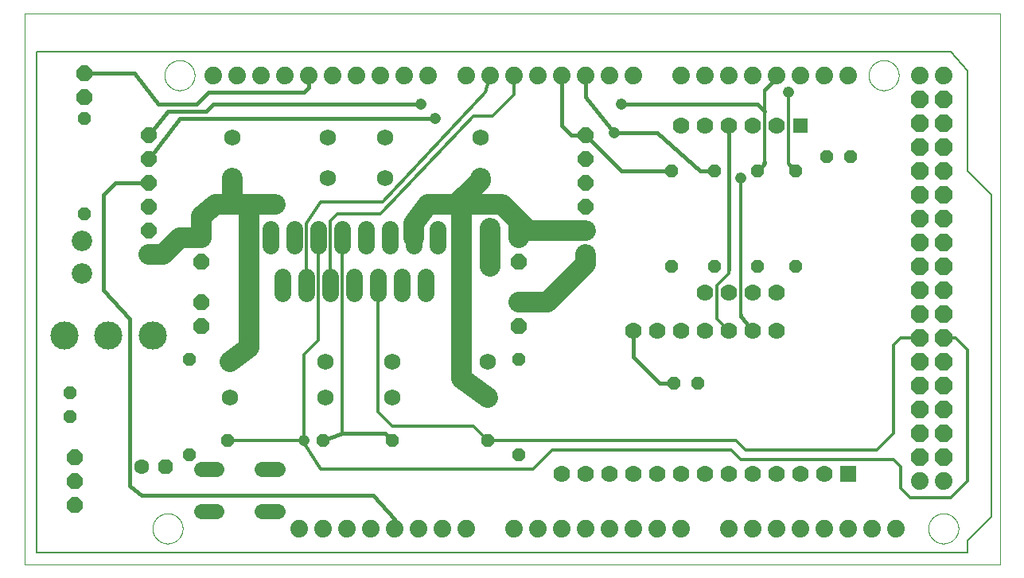
<source format=gtl>
G75*
%MOIN*%
%OFA0B0*%
%FSLAX25Y25*%
%IPPOS*%
%LPD*%
%AMOC8*
5,1,8,0,0,1.08239X$1,22.5*
%
%ADD10C,0.00000*%
%ADD11C,0.08600*%
%ADD12C,0.06300*%
%ADD13OC8,0.06300*%
%ADD14OC8,0.05600*%
%ADD15C,0.06800*%
%ADD16C,0.07124*%
%ADD17OC8,0.06600*%
%ADD18R,0.06400X0.06400*%
%ADD19C,0.07000*%
%ADD20C,0.00800*%
%ADD21C,0.07400*%
%ADD22OC8,0.07400*%
%ADD23C,0.06400*%
%ADD24R,0.07000X0.07000*%
%ADD25OC8,0.06400*%
%ADD26C,0.11811*%
%ADD27C,0.01500*%
%ADD28C,0.01200*%
%ADD29C,0.04756*%
%ADD30C,0.08500*%
%ADD31C,0.08268*%
D10*
X0001000Y0001310D02*
X0001000Y0232271D01*
X0409701Y0232271D01*
X0409701Y0001310D01*
X0001000Y0001310D01*
X0054701Y0016310D02*
X0054703Y0016468D01*
X0054709Y0016626D01*
X0054719Y0016784D01*
X0054733Y0016942D01*
X0054751Y0017099D01*
X0054772Y0017256D01*
X0054798Y0017412D01*
X0054828Y0017568D01*
X0054861Y0017723D01*
X0054899Y0017876D01*
X0054940Y0018029D01*
X0054985Y0018181D01*
X0055034Y0018332D01*
X0055087Y0018481D01*
X0055143Y0018629D01*
X0055203Y0018775D01*
X0055267Y0018920D01*
X0055335Y0019063D01*
X0055406Y0019205D01*
X0055480Y0019345D01*
X0055558Y0019482D01*
X0055640Y0019618D01*
X0055724Y0019752D01*
X0055813Y0019883D01*
X0055904Y0020012D01*
X0055999Y0020139D01*
X0056096Y0020264D01*
X0056197Y0020386D01*
X0056301Y0020505D01*
X0056408Y0020622D01*
X0056518Y0020736D01*
X0056631Y0020847D01*
X0056746Y0020956D01*
X0056864Y0021061D01*
X0056985Y0021163D01*
X0057108Y0021263D01*
X0057234Y0021359D01*
X0057362Y0021452D01*
X0057492Y0021542D01*
X0057625Y0021628D01*
X0057760Y0021712D01*
X0057896Y0021791D01*
X0058035Y0021868D01*
X0058176Y0021940D01*
X0058318Y0022010D01*
X0058462Y0022075D01*
X0058608Y0022137D01*
X0058755Y0022195D01*
X0058904Y0022250D01*
X0059054Y0022301D01*
X0059205Y0022348D01*
X0059357Y0022391D01*
X0059510Y0022430D01*
X0059665Y0022466D01*
X0059820Y0022497D01*
X0059976Y0022525D01*
X0060132Y0022549D01*
X0060289Y0022569D01*
X0060447Y0022585D01*
X0060604Y0022597D01*
X0060763Y0022605D01*
X0060921Y0022609D01*
X0061079Y0022609D01*
X0061237Y0022605D01*
X0061396Y0022597D01*
X0061553Y0022585D01*
X0061711Y0022569D01*
X0061868Y0022549D01*
X0062024Y0022525D01*
X0062180Y0022497D01*
X0062335Y0022466D01*
X0062490Y0022430D01*
X0062643Y0022391D01*
X0062795Y0022348D01*
X0062946Y0022301D01*
X0063096Y0022250D01*
X0063245Y0022195D01*
X0063392Y0022137D01*
X0063538Y0022075D01*
X0063682Y0022010D01*
X0063824Y0021940D01*
X0063965Y0021868D01*
X0064104Y0021791D01*
X0064240Y0021712D01*
X0064375Y0021628D01*
X0064508Y0021542D01*
X0064638Y0021452D01*
X0064766Y0021359D01*
X0064892Y0021263D01*
X0065015Y0021163D01*
X0065136Y0021061D01*
X0065254Y0020956D01*
X0065369Y0020847D01*
X0065482Y0020736D01*
X0065592Y0020622D01*
X0065699Y0020505D01*
X0065803Y0020386D01*
X0065904Y0020264D01*
X0066001Y0020139D01*
X0066096Y0020012D01*
X0066187Y0019883D01*
X0066276Y0019752D01*
X0066360Y0019618D01*
X0066442Y0019482D01*
X0066520Y0019345D01*
X0066594Y0019205D01*
X0066665Y0019063D01*
X0066733Y0018920D01*
X0066797Y0018775D01*
X0066857Y0018629D01*
X0066913Y0018481D01*
X0066966Y0018332D01*
X0067015Y0018181D01*
X0067060Y0018029D01*
X0067101Y0017876D01*
X0067139Y0017723D01*
X0067172Y0017568D01*
X0067202Y0017412D01*
X0067228Y0017256D01*
X0067249Y0017099D01*
X0067267Y0016942D01*
X0067281Y0016784D01*
X0067291Y0016626D01*
X0067297Y0016468D01*
X0067299Y0016310D01*
X0067297Y0016152D01*
X0067291Y0015994D01*
X0067281Y0015836D01*
X0067267Y0015678D01*
X0067249Y0015521D01*
X0067228Y0015364D01*
X0067202Y0015208D01*
X0067172Y0015052D01*
X0067139Y0014897D01*
X0067101Y0014744D01*
X0067060Y0014591D01*
X0067015Y0014439D01*
X0066966Y0014288D01*
X0066913Y0014139D01*
X0066857Y0013991D01*
X0066797Y0013845D01*
X0066733Y0013700D01*
X0066665Y0013557D01*
X0066594Y0013415D01*
X0066520Y0013275D01*
X0066442Y0013138D01*
X0066360Y0013002D01*
X0066276Y0012868D01*
X0066187Y0012737D01*
X0066096Y0012608D01*
X0066001Y0012481D01*
X0065904Y0012356D01*
X0065803Y0012234D01*
X0065699Y0012115D01*
X0065592Y0011998D01*
X0065482Y0011884D01*
X0065369Y0011773D01*
X0065254Y0011664D01*
X0065136Y0011559D01*
X0065015Y0011457D01*
X0064892Y0011357D01*
X0064766Y0011261D01*
X0064638Y0011168D01*
X0064508Y0011078D01*
X0064375Y0010992D01*
X0064240Y0010908D01*
X0064104Y0010829D01*
X0063965Y0010752D01*
X0063824Y0010680D01*
X0063682Y0010610D01*
X0063538Y0010545D01*
X0063392Y0010483D01*
X0063245Y0010425D01*
X0063096Y0010370D01*
X0062946Y0010319D01*
X0062795Y0010272D01*
X0062643Y0010229D01*
X0062490Y0010190D01*
X0062335Y0010154D01*
X0062180Y0010123D01*
X0062024Y0010095D01*
X0061868Y0010071D01*
X0061711Y0010051D01*
X0061553Y0010035D01*
X0061396Y0010023D01*
X0061237Y0010015D01*
X0061079Y0010011D01*
X0060921Y0010011D01*
X0060763Y0010015D01*
X0060604Y0010023D01*
X0060447Y0010035D01*
X0060289Y0010051D01*
X0060132Y0010071D01*
X0059976Y0010095D01*
X0059820Y0010123D01*
X0059665Y0010154D01*
X0059510Y0010190D01*
X0059357Y0010229D01*
X0059205Y0010272D01*
X0059054Y0010319D01*
X0058904Y0010370D01*
X0058755Y0010425D01*
X0058608Y0010483D01*
X0058462Y0010545D01*
X0058318Y0010610D01*
X0058176Y0010680D01*
X0058035Y0010752D01*
X0057896Y0010829D01*
X0057760Y0010908D01*
X0057625Y0010992D01*
X0057492Y0011078D01*
X0057362Y0011168D01*
X0057234Y0011261D01*
X0057108Y0011357D01*
X0056985Y0011457D01*
X0056864Y0011559D01*
X0056746Y0011664D01*
X0056631Y0011773D01*
X0056518Y0011884D01*
X0056408Y0011998D01*
X0056301Y0012115D01*
X0056197Y0012234D01*
X0056096Y0012356D01*
X0055999Y0012481D01*
X0055904Y0012608D01*
X0055813Y0012737D01*
X0055724Y0012868D01*
X0055640Y0013002D01*
X0055558Y0013138D01*
X0055480Y0013275D01*
X0055406Y0013415D01*
X0055335Y0013557D01*
X0055267Y0013700D01*
X0055203Y0013845D01*
X0055143Y0013991D01*
X0055087Y0014139D01*
X0055034Y0014288D01*
X0054985Y0014439D01*
X0054940Y0014591D01*
X0054899Y0014744D01*
X0054861Y0014897D01*
X0054828Y0015052D01*
X0054798Y0015208D01*
X0054772Y0015364D01*
X0054751Y0015521D01*
X0054733Y0015678D01*
X0054719Y0015836D01*
X0054709Y0015994D01*
X0054703Y0016152D01*
X0054701Y0016310D01*
X0379701Y0016310D02*
X0379703Y0016468D01*
X0379709Y0016626D01*
X0379719Y0016784D01*
X0379733Y0016942D01*
X0379751Y0017099D01*
X0379772Y0017256D01*
X0379798Y0017412D01*
X0379828Y0017568D01*
X0379861Y0017723D01*
X0379899Y0017876D01*
X0379940Y0018029D01*
X0379985Y0018181D01*
X0380034Y0018332D01*
X0380087Y0018481D01*
X0380143Y0018629D01*
X0380203Y0018775D01*
X0380267Y0018920D01*
X0380335Y0019063D01*
X0380406Y0019205D01*
X0380480Y0019345D01*
X0380558Y0019482D01*
X0380640Y0019618D01*
X0380724Y0019752D01*
X0380813Y0019883D01*
X0380904Y0020012D01*
X0380999Y0020139D01*
X0381096Y0020264D01*
X0381197Y0020386D01*
X0381301Y0020505D01*
X0381408Y0020622D01*
X0381518Y0020736D01*
X0381631Y0020847D01*
X0381746Y0020956D01*
X0381864Y0021061D01*
X0381985Y0021163D01*
X0382108Y0021263D01*
X0382234Y0021359D01*
X0382362Y0021452D01*
X0382492Y0021542D01*
X0382625Y0021628D01*
X0382760Y0021712D01*
X0382896Y0021791D01*
X0383035Y0021868D01*
X0383176Y0021940D01*
X0383318Y0022010D01*
X0383462Y0022075D01*
X0383608Y0022137D01*
X0383755Y0022195D01*
X0383904Y0022250D01*
X0384054Y0022301D01*
X0384205Y0022348D01*
X0384357Y0022391D01*
X0384510Y0022430D01*
X0384665Y0022466D01*
X0384820Y0022497D01*
X0384976Y0022525D01*
X0385132Y0022549D01*
X0385289Y0022569D01*
X0385447Y0022585D01*
X0385604Y0022597D01*
X0385763Y0022605D01*
X0385921Y0022609D01*
X0386079Y0022609D01*
X0386237Y0022605D01*
X0386396Y0022597D01*
X0386553Y0022585D01*
X0386711Y0022569D01*
X0386868Y0022549D01*
X0387024Y0022525D01*
X0387180Y0022497D01*
X0387335Y0022466D01*
X0387490Y0022430D01*
X0387643Y0022391D01*
X0387795Y0022348D01*
X0387946Y0022301D01*
X0388096Y0022250D01*
X0388245Y0022195D01*
X0388392Y0022137D01*
X0388538Y0022075D01*
X0388682Y0022010D01*
X0388824Y0021940D01*
X0388965Y0021868D01*
X0389104Y0021791D01*
X0389240Y0021712D01*
X0389375Y0021628D01*
X0389508Y0021542D01*
X0389638Y0021452D01*
X0389766Y0021359D01*
X0389892Y0021263D01*
X0390015Y0021163D01*
X0390136Y0021061D01*
X0390254Y0020956D01*
X0390369Y0020847D01*
X0390482Y0020736D01*
X0390592Y0020622D01*
X0390699Y0020505D01*
X0390803Y0020386D01*
X0390904Y0020264D01*
X0391001Y0020139D01*
X0391096Y0020012D01*
X0391187Y0019883D01*
X0391276Y0019752D01*
X0391360Y0019618D01*
X0391442Y0019482D01*
X0391520Y0019345D01*
X0391594Y0019205D01*
X0391665Y0019063D01*
X0391733Y0018920D01*
X0391797Y0018775D01*
X0391857Y0018629D01*
X0391913Y0018481D01*
X0391966Y0018332D01*
X0392015Y0018181D01*
X0392060Y0018029D01*
X0392101Y0017876D01*
X0392139Y0017723D01*
X0392172Y0017568D01*
X0392202Y0017412D01*
X0392228Y0017256D01*
X0392249Y0017099D01*
X0392267Y0016942D01*
X0392281Y0016784D01*
X0392291Y0016626D01*
X0392297Y0016468D01*
X0392299Y0016310D01*
X0392297Y0016152D01*
X0392291Y0015994D01*
X0392281Y0015836D01*
X0392267Y0015678D01*
X0392249Y0015521D01*
X0392228Y0015364D01*
X0392202Y0015208D01*
X0392172Y0015052D01*
X0392139Y0014897D01*
X0392101Y0014744D01*
X0392060Y0014591D01*
X0392015Y0014439D01*
X0391966Y0014288D01*
X0391913Y0014139D01*
X0391857Y0013991D01*
X0391797Y0013845D01*
X0391733Y0013700D01*
X0391665Y0013557D01*
X0391594Y0013415D01*
X0391520Y0013275D01*
X0391442Y0013138D01*
X0391360Y0013002D01*
X0391276Y0012868D01*
X0391187Y0012737D01*
X0391096Y0012608D01*
X0391001Y0012481D01*
X0390904Y0012356D01*
X0390803Y0012234D01*
X0390699Y0012115D01*
X0390592Y0011998D01*
X0390482Y0011884D01*
X0390369Y0011773D01*
X0390254Y0011664D01*
X0390136Y0011559D01*
X0390015Y0011457D01*
X0389892Y0011357D01*
X0389766Y0011261D01*
X0389638Y0011168D01*
X0389508Y0011078D01*
X0389375Y0010992D01*
X0389240Y0010908D01*
X0389104Y0010829D01*
X0388965Y0010752D01*
X0388824Y0010680D01*
X0388682Y0010610D01*
X0388538Y0010545D01*
X0388392Y0010483D01*
X0388245Y0010425D01*
X0388096Y0010370D01*
X0387946Y0010319D01*
X0387795Y0010272D01*
X0387643Y0010229D01*
X0387490Y0010190D01*
X0387335Y0010154D01*
X0387180Y0010123D01*
X0387024Y0010095D01*
X0386868Y0010071D01*
X0386711Y0010051D01*
X0386553Y0010035D01*
X0386396Y0010023D01*
X0386237Y0010015D01*
X0386079Y0010011D01*
X0385921Y0010011D01*
X0385763Y0010015D01*
X0385604Y0010023D01*
X0385447Y0010035D01*
X0385289Y0010051D01*
X0385132Y0010071D01*
X0384976Y0010095D01*
X0384820Y0010123D01*
X0384665Y0010154D01*
X0384510Y0010190D01*
X0384357Y0010229D01*
X0384205Y0010272D01*
X0384054Y0010319D01*
X0383904Y0010370D01*
X0383755Y0010425D01*
X0383608Y0010483D01*
X0383462Y0010545D01*
X0383318Y0010610D01*
X0383176Y0010680D01*
X0383035Y0010752D01*
X0382896Y0010829D01*
X0382760Y0010908D01*
X0382625Y0010992D01*
X0382492Y0011078D01*
X0382362Y0011168D01*
X0382234Y0011261D01*
X0382108Y0011357D01*
X0381985Y0011457D01*
X0381864Y0011559D01*
X0381746Y0011664D01*
X0381631Y0011773D01*
X0381518Y0011884D01*
X0381408Y0011998D01*
X0381301Y0012115D01*
X0381197Y0012234D01*
X0381096Y0012356D01*
X0380999Y0012481D01*
X0380904Y0012608D01*
X0380813Y0012737D01*
X0380724Y0012868D01*
X0380640Y0013002D01*
X0380558Y0013138D01*
X0380480Y0013275D01*
X0380406Y0013415D01*
X0380335Y0013557D01*
X0380267Y0013700D01*
X0380203Y0013845D01*
X0380143Y0013991D01*
X0380087Y0014139D01*
X0380034Y0014288D01*
X0379985Y0014439D01*
X0379940Y0014591D01*
X0379899Y0014744D01*
X0379861Y0014897D01*
X0379828Y0015052D01*
X0379798Y0015208D01*
X0379772Y0015364D01*
X0379751Y0015521D01*
X0379733Y0015678D01*
X0379719Y0015836D01*
X0379709Y0015994D01*
X0379703Y0016152D01*
X0379701Y0016310D01*
X0354701Y0206310D02*
X0354703Y0206468D01*
X0354709Y0206626D01*
X0354719Y0206784D01*
X0354733Y0206942D01*
X0354751Y0207099D01*
X0354772Y0207256D01*
X0354798Y0207412D01*
X0354828Y0207568D01*
X0354861Y0207723D01*
X0354899Y0207876D01*
X0354940Y0208029D01*
X0354985Y0208181D01*
X0355034Y0208332D01*
X0355087Y0208481D01*
X0355143Y0208629D01*
X0355203Y0208775D01*
X0355267Y0208920D01*
X0355335Y0209063D01*
X0355406Y0209205D01*
X0355480Y0209345D01*
X0355558Y0209482D01*
X0355640Y0209618D01*
X0355724Y0209752D01*
X0355813Y0209883D01*
X0355904Y0210012D01*
X0355999Y0210139D01*
X0356096Y0210264D01*
X0356197Y0210386D01*
X0356301Y0210505D01*
X0356408Y0210622D01*
X0356518Y0210736D01*
X0356631Y0210847D01*
X0356746Y0210956D01*
X0356864Y0211061D01*
X0356985Y0211163D01*
X0357108Y0211263D01*
X0357234Y0211359D01*
X0357362Y0211452D01*
X0357492Y0211542D01*
X0357625Y0211628D01*
X0357760Y0211712D01*
X0357896Y0211791D01*
X0358035Y0211868D01*
X0358176Y0211940D01*
X0358318Y0212010D01*
X0358462Y0212075D01*
X0358608Y0212137D01*
X0358755Y0212195D01*
X0358904Y0212250D01*
X0359054Y0212301D01*
X0359205Y0212348D01*
X0359357Y0212391D01*
X0359510Y0212430D01*
X0359665Y0212466D01*
X0359820Y0212497D01*
X0359976Y0212525D01*
X0360132Y0212549D01*
X0360289Y0212569D01*
X0360447Y0212585D01*
X0360604Y0212597D01*
X0360763Y0212605D01*
X0360921Y0212609D01*
X0361079Y0212609D01*
X0361237Y0212605D01*
X0361396Y0212597D01*
X0361553Y0212585D01*
X0361711Y0212569D01*
X0361868Y0212549D01*
X0362024Y0212525D01*
X0362180Y0212497D01*
X0362335Y0212466D01*
X0362490Y0212430D01*
X0362643Y0212391D01*
X0362795Y0212348D01*
X0362946Y0212301D01*
X0363096Y0212250D01*
X0363245Y0212195D01*
X0363392Y0212137D01*
X0363538Y0212075D01*
X0363682Y0212010D01*
X0363824Y0211940D01*
X0363965Y0211868D01*
X0364104Y0211791D01*
X0364240Y0211712D01*
X0364375Y0211628D01*
X0364508Y0211542D01*
X0364638Y0211452D01*
X0364766Y0211359D01*
X0364892Y0211263D01*
X0365015Y0211163D01*
X0365136Y0211061D01*
X0365254Y0210956D01*
X0365369Y0210847D01*
X0365482Y0210736D01*
X0365592Y0210622D01*
X0365699Y0210505D01*
X0365803Y0210386D01*
X0365904Y0210264D01*
X0366001Y0210139D01*
X0366096Y0210012D01*
X0366187Y0209883D01*
X0366276Y0209752D01*
X0366360Y0209618D01*
X0366442Y0209482D01*
X0366520Y0209345D01*
X0366594Y0209205D01*
X0366665Y0209063D01*
X0366733Y0208920D01*
X0366797Y0208775D01*
X0366857Y0208629D01*
X0366913Y0208481D01*
X0366966Y0208332D01*
X0367015Y0208181D01*
X0367060Y0208029D01*
X0367101Y0207876D01*
X0367139Y0207723D01*
X0367172Y0207568D01*
X0367202Y0207412D01*
X0367228Y0207256D01*
X0367249Y0207099D01*
X0367267Y0206942D01*
X0367281Y0206784D01*
X0367291Y0206626D01*
X0367297Y0206468D01*
X0367299Y0206310D01*
X0367297Y0206152D01*
X0367291Y0205994D01*
X0367281Y0205836D01*
X0367267Y0205678D01*
X0367249Y0205521D01*
X0367228Y0205364D01*
X0367202Y0205208D01*
X0367172Y0205052D01*
X0367139Y0204897D01*
X0367101Y0204744D01*
X0367060Y0204591D01*
X0367015Y0204439D01*
X0366966Y0204288D01*
X0366913Y0204139D01*
X0366857Y0203991D01*
X0366797Y0203845D01*
X0366733Y0203700D01*
X0366665Y0203557D01*
X0366594Y0203415D01*
X0366520Y0203275D01*
X0366442Y0203138D01*
X0366360Y0203002D01*
X0366276Y0202868D01*
X0366187Y0202737D01*
X0366096Y0202608D01*
X0366001Y0202481D01*
X0365904Y0202356D01*
X0365803Y0202234D01*
X0365699Y0202115D01*
X0365592Y0201998D01*
X0365482Y0201884D01*
X0365369Y0201773D01*
X0365254Y0201664D01*
X0365136Y0201559D01*
X0365015Y0201457D01*
X0364892Y0201357D01*
X0364766Y0201261D01*
X0364638Y0201168D01*
X0364508Y0201078D01*
X0364375Y0200992D01*
X0364240Y0200908D01*
X0364104Y0200829D01*
X0363965Y0200752D01*
X0363824Y0200680D01*
X0363682Y0200610D01*
X0363538Y0200545D01*
X0363392Y0200483D01*
X0363245Y0200425D01*
X0363096Y0200370D01*
X0362946Y0200319D01*
X0362795Y0200272D01*
X0362643Y0200229D01*
X0362490Y0200190D01*
X0362335Y0200154D01*
X0362180Y0200123D01*
X0362024Y0200095D01*
X0361868Y0200071D01*
X0361711Y0200051D01*
X0361553Y0200035D01*
X0361396Y0200023D01*
X0361237Y0200015D01*
X0361079Y0200011D01*
X0360921Y0200011D01*
X0360763Y0200015D01*
X0360604Y0200023D01*
X0360447Y0200035D01*
X0360289Y0200051D01*
X0360132Y0200071D01*
X0359976Y0200095D01*
X0359820Y0200123D01*
X0359665Y0200154D01*
X0359510Y0200190D01*
X0359357Y0200229D01*
X0359205Y0200272D01*
X0359054Y0200319D01*
X0358904Y0200370D01*
X0358755Y0200425D01*
X0358608Y0200483D01*
X0358462Y0200545D01*
X0358318Y0200610D01*
X0358176Y0200680D01*
X0358035Y0200752D01*
X0357896Y0200829D01*
X0357760Y0200908D01*
X0357625Y0200992D01*
X0357492Y0201078D01*
X0357362Y0201168D01*
X0357234Y0201261D01*
X0357108Y0201357D01*
X0356985Y0201457D01*
X0356864Y0201559D01*
X0356746Y0201664D01*
X0356631Y0201773D01*
X0356518Y0201884D01*
X0356408Y0201998D01*
X0356301Y0202115D01*
X0356197Y0202234D01*
X0356096Y0202356D01*
X0355999Y0202481D01*
X0355904Y0202608D01*
X0355813Y0202737D01*
X0355724Y0202868D01*
X0355640Y0203002D01*
X0355558Y0203138D01*
X0355480Y0203275D01*
X0355406Y0203415D01*
X0355335Y0203557D01*
X0355267Y0203700D01*
X0355203Y0203845D01*
X0355143Y0203991D01*
X0355087Y0204139D01*
X0355034Y0204288D01*
X0354985Y0204439D01*
X0354940Y0204591D01*
X0354899Y0204744D01*
X0354861Y0204897D01*
X0354828Y0205052D01*
X0354798Y0205208D01*
X0354772Y0205364D01*
X0354751Y0205521D01*
X0354733Y0205678D01*
X0354719Y0205836D01*
X0354709Y0205994D01*
X0354703Y0206152D01*
X0354701Y0206310D01*
X0059701Y0206310D02*
X0059703Y0206468D01*
X0059709Y0206626D01*
X0059719Y0206784D01*
X0059733Y0206942D01*
X0059751Y0207099D01*
X0059772Y0207256D01*
X0059798Y0207412D01*
X0059828Y0207568D01*
X0059861Y0207723D01*
X0059899Y0207876D01*
X0059940Y0208029D01*
X0059985Y0208181D01*
X0060034Y0208332D01*
X0060087Y0208481D01*
X0060143Y0208629D01*
X0060203Y0208775D01*
X0060267Y0208920D01*
X0060335Y0209063D01*
X0060406Y0209205D01*
X0060480Y0209345D01*
X0060558Y0209482D01*
X0060640Y0209618D01*
X0060724Y0209752D01*
X0060813Y0209883D01*
X0060904Y0210012D01*
X0060999Y0210139D01*
X0061096Y0210264D01*
X0061197Y0210386D01*
X0061301Y0210505D01*
X0061408Y0210622D01*
X0061518Y0210736D01*
X0061631Y0210847D01*
X0061746Y0210956D01*
X0061864Y0211061D01*
X0061985Y0211163D01*
X0062108Y0211263D01*
X0062234Y0211359D01*
X0062362Y0211452D01*
X0062492Y0211542D01*
X0062625Y0211628D01*
X0062760Y0211712D01*
X0062896Y0211791D01*
X0063035Y0211868D01*
X0063176Y0211940D01*
X0063318Y0212010D01*
X0063462Y0212075D01*
X0063608Y0212137D01*
X0063755Y0212195D01*
X0063904Y0212250D01*
X0064054Y0212301D01*
X0064205Y0212348D01*
X0064357Y0212391D01*
X0064510Y0212430D01*
X0064665Y0212466D01*
X0064820Y0212497D01*
X0064976Y0212525D01*
X0065132Y0212549D01*
X0065289Y0212569D01*
X0065447Y0212585D01*
X0065604Y0212597D01*
X0065763Y0212605D01*
X0065921Y0212609D01*
X0066079Y0212609D01*
X0066237Y0212605D01*
X0066396Y0212597D01*
X0066553Y0212585D01*
X0066711Y0212569D01*
X0066868Y0212549D01*
X0067024Y0212525D01*
X0067180Y0212497D01*
X0067335Y0212466D01*
X0067490Y0212430D01*
X0067643Y0212391D01*
X0067795Y0212348D01*
X0067946Y0212301D01*
X0068096Y0212250D01*
X0068245Y0212195D01*
X0068392Y0212137D01*
X0068538Y0212075D01*
X0068682Y0212010D01*
X0068824Y0211940D01*
X0068965Y0211868D01*
X0069104Y0211791D01*
X0069240Y0211712D01*
X0069375Y0211628D01*
X0069508Y0211542D01*
X0069638Y0211452D01*
X0069766Y0211359D01*
X0069892Y0211263D01*
X0070015Y0211163D01*
X0070136Y0211061D01*
X0070254Y0210956D01*
X0070369Y0210847D01*
X0070482Y0210736D01*
X0070592Y0210622D01*
X0070699Y0210505D01*
X0070803Y0210386D01*
X0070904Y0210264D01*
X0071001Y0210139D01*
X0071096Y0210012D01*
X0071187Y0209883D01*
X0071276Y0209752D01*
X0071360Y0209618D01*
X0071442Y0209482D01*
X0071520Y0209345D01*
X0071594Y0209205D01*
X0071665Y0209063D01*
X0071733Y0208920D01*
X0071797Y0208775D01*
X0071857Y0208629D01*
X0071913Y0208481D01*
X0071966Y0208332D01*
X0072015Y0208181D01*
X0072060Y0208029D01*
X0072101Y0207876D01*
X0072139Y0207723D01*
X0072172Y0207568D01*
X0072202Y0207412D01*
X0072228Y0207256D01*
X0072249Y0207099D01*
X0072267Y0206942D01*
X0072281Y0206784D01*
X0072291Y0206626D01*
X0072297Y0206468D01*
X0072299Y0206310D01*
X0072297Y0206152D01*
X0072291Y0205994D01*
X0072281Y0205836D01*
X0072267Y0205678D01*
X0072249Y0205521D01*
X0072228Y0205364D01*
X0072202Y0205208D01*
X0072172Y0205052D01*
X0072139Y0204897D01*
X0072101Y0204744D01*
X0072060Y0204591D01*
X0072015Y0204439D01*
X0071966Y0204288D01*
X0071913Y0204139D01*
X0071857Y0203991D01*
X0071797Y0203845D01*
X0071733Y0203700D01*
X0071665Y0203557D01*
X0071594Y0203415D01*
X0071520Y0203275D01*
X0071442Y0203138D01*
X0071360Y0203002D01*
X0071276Y0202868D01*
X0071187Y0202737D01*
X0071096Y0202608D01*
X0071001Y0202481D01*
X0070904Y0202356D01*
X0070803Y0202234D01*
X0070699Y0202115D01*
X0070592Y0201998D01*
X0070482Y0201884D01*
X0070369Y0201773D01*
X0070254Y0201664D01*
X0070136Y0201559D01*
X0070015Y0201457D01*
X0069892Y0201357D01*
X0069766Y0201261D01*
X0069638Y0201168D01*
X0069508Y0201078D01*
X0069375Y0200992D01*
X0069240Y0200908D01*
X0069104Y0200829D01*
X0068965Y0200752D01*
X0068824Y0200680D01*
X0068682Y0200610D01*
X0068538Y0200545D01*
X0068392Y0200483D01*
X0068245Y0200425D01*
X0068096Y0200370D01*
X0067946Y0200319D01*
X0067795Y0200272D01*
X0067643Y0200229D01*
X0067490Y0200190D01*
X0067335Y0200154D01*
X0067180Y0200123D01*
X0067024Y0200095D01*
X0066868Y0200071D01*
X0066711Y0200051D01*
X0066553Y0200035D01*
X0066396Y0200023D01*
X0066237Y0200015D01*
X0066079Y0200011D01*
X0065921Y0200011D01*
X0065763Y0200015D01*
X0065604Y0200023D01*
X0065447Y0200035D01*
X0065289Y0200051D01*
X0065132Y0200071D01*
X0064976Y0200095D01*
X0064820Y0200123D01*
X0064665Y0200154D01*
X0064510Y0200190D01*
X0064357Y0200229D01*
X0064205Y0200272D01*
X0064054Y0200319D01*
X0063904Y0200370D01*
X0063755Y0200425D01*
X0063608Y0200483D01*
X0063462Y0200545D01*
X0063318Y0200610D01*
X0063176Y0200680D01*
X0063035Y0200752D01*
X0062896Y0200829D01*
X0062760Y0200908D01*
X0062625Y0200992D01*
X0062492Y0201078D01*
X0062362Y0201168D01*
X0062234Y0201261D01*
X0062108Y0201357D01*
X0061985Y0201457D01*
X0061864Y0201559D01*
X0061746Y0201664D01*
X0061631Y0201773D01*
X0061518Y0201884D01*
X0061408Y0201998D01*
X0061301Y0202115D01*
X0061197Y0202234D01*
X0061096Y0202356D01*
X0060999Y0202481D01*
X0060904Y0202608D01*
X0060813Y0202737D01*
X0060724Y0202868D01*
X0060640Y0203002D01*
X0060558Y0203138D01*
X0060480Y0203275D01*
X0060406Y0203415D01*
X0060335Y0203557D01*
X0060267Y0203700D01*
X0060203Y0203845D01*
X0060143Y0203991D01*
X0060087Y0204139D01*
X0060034Y0204288D01*
X0059985Y0204439D01*
X0059940Y0204591D01*
X0059899Y0204744D01*
X0059861Y0204897D01*
X0059828Y0205052D01*
X0059798Y0205208D01*
X0059772Y0205364D01*
X0059751Y0205521D01*
X0059733Y0205678D01*
X0059719Y0205836D01*
X0059709Y0205994D01*
X0059703Y0206152D01*
X0059701Y0206310D01*
D11*
X0025000Y0137003D03*
X0025000Y0123223D03*
D12*
X0050000Y0042310D03*
D13*
X0060000Y0042310D03*
D14*
X0070000Y0047310D03*
X0086000Y0053310D03*
X0126000Y0053310D03*
X0155000Y0053310D03*
X0195000Y0053310D03*
X0208000Y0047310D03*
X0273000Y0077310D03*
X0283000Y0077310D03*
X0208000Y0087310D03*
X0272000Y0126310D03*
X0290000Y0126310D03*
X0308000Y0126310D03*
X0324000Y0126310D03*
X0324000Y0166310D03*
X0337000Y0172310D03*
X0347000Y0172310D03*
X0308000Y0166310D03*
X0290000Y0166310D03*
X0272000Y0166310D03*
X0070000Y0087310D03*
X0020000Y0073310D03*
X0020000Y0063310D03*
X0026000Y0148310D03*
X0026000Y0188310D03*
D15*
X0088000Y0180310D03*
X0088000Y0163310D03*
X0128000Y0163310D03*
X0152000Y0163310D03*
X0152000Y0180310D03*
X0128000Y0180310D03*
X0192000Y0180310D03*
X0192000Y0163310D03*
X0195000Y0086310D03*
X0195000Y0071310D03*
X0155000Y0071310D03*
X0155000Y0086310D03*
X0127000Y0086310D03*
X0127000Y0071310D03*
X0087000Y0071310D03*
X0087000Y0086310D03*
D16*
X0109000Y0114748D02*
X0109000Y0121872D01*
X0119000Y0121872D02*
X0119000Y0114748D01*
X0129000Y0114748D02*
X0129000Y0121872D01*
X0139000Y0121872D02*
X0139000Y0114748D01*
X0149000Y0114748D02*
X0149000Y0121872D01*
X0159000Y0121872D02*
X0159000Y0114748D01*
X0169000Y0114748D02*
X0169000Y0121872D01*
X0164000Y0134748D02*
X0164000Y0141872D01*
X0154000Y0141872D02*
X0154000Y0134748D01*
X0144000Y0134748D02*
X0144000Y0141872D01*
X0134000Y0141872D02*
X0134000Y0134748D01*
X0124000Y0134748D02*
X0124000Y0141872D01*
X0114000Y0141872D02*
X0114000Y0134748D01*
X0104000Y0134748D02*
X0104000Y0141872D01*
X0174000Y0141872D02*
X0174000Y0134748D01*
D17*
X0208000Y0138310D03*
X0208000Y0128310D03*
X0208000Y0111310D03*
X0208000Y0101310D03*
X0075000Y0101310D03*
X0075000Y0111310D03*
X0075000Y0128310D03*
X0075000Y0138310D03*
X0026000Y0197310D03*
X0026000Y0207310D03*
X0022000Y0046310D03*
X0022000Y0036310D03*
X0022000Y0026310D03*
D18*
X0326000Y0185310D03*
D19*
X0316000Y0185310D03*
X0306000Y0185310D03*
X0296000Y0185310D03*
X0286000Y0185310D03*
X0276000Y0185310D03*
X0286000Y0115310D03*
X0296000Y0115310D03*
X0306000Y0115310D03*
X0316000Y0115310D03*
X0316000Y0099310D03*
X0306000Y0099310D03*
X0296000Y0099310D03*
X0286000Y0099310D03*
X0276000Y0099310D03*
X0266000Y0099310D03*
X0256000Y0099310D03*
X0256000Y0039310D03*
X0266000Y0039310D03*
X0276000Y0039310D03*
X0286000Y0039310D03*
X0296000Y0039310D03*
X0306000Y0039310D03*
X0316000Y0039310D03*
X0326000Y0039310D03*
X0336000Y0039310D03*
X0246000Y0039310D03*
X0236000Y0039310D03*
X0226000Y0039310D03*
D20*
X0396000Y0011310D02*
X0396000Y0006310D01*
X0006000Y0006310D01*
X0006000Y0216310D01*
X0389000Y0216310D01*
X0396000Y0208310D01*
X0396000Y0166310D01*
X0406000Y0156310D01*
X0406000Y0021310D01*
X0396000Y0011310D01*
D21*
X0366000Y0016310D03*
X0356000Y0016310D03*
X0346000Y0016310D03*
X0336000Y0016310D03*
X0326000Y0016310D03*
X0316000Y0016310D03*
X0306000Y0016310D03*
X0296000Y0016310D03*
X0276000Y0016310D03*
X0266000Y0016310D03*
X0256000Y0016310D03*
X0246000Y0016310D03*
X0236000Y0016310D03*
X0226000Y0016310D03*
X0216000Y0016310D03*
X0206000Y0016310D03*
X0186000Y0016310D03*
X0176000Y0016310D03*
X0166000Y0016310D03*
X0156000Y0016310D03*
X0146000Y0016310D03*
X0136000Y0016310D03*
X0126000Y0016310D03*
X0116000Y0016310D03*
X0376000Y0036310D03*
X0386000Y0036310D03*
X0386000Y0206310D03*
X0376000Y0206310D03*
X0346000Y0206310D03*
X0336000Y0206310D03*
X0326000Y0206310D03*
X0316000Y0206310D03*
X0306000Y0206310D03*
X0296000Y0206310D03*
X0286000Y0206310D03*
X0276000Y0206310D03*
X0256000Y0206310D03*
X0246000Y0206310D03*
X0236000Y0206310D03*
X0226000Y0206310D03*
X0216000Y0206310D03*
X0206000Y0206310D03*
X0196000Y0206310D03*
X0186000Y0206310D03*
X0170000Y0206310D03*
X0160000Y0206310D03*
X0150000Y0206310D03*
X0140000Y0206310D03*
X0130000Y0206310D03*
X0120000Y0206310D03*
X0110000Y0206310D03*
X0100000Y0206310D03*
X0090000Y0206310D03*
X0080000Y0206310D03*
D22*
X0376000Y0196310D03*
X0386000Y0196310D03*
X0386000Y0186310D03*
X0376000Y0186310D03*
X0376000Y0176310D03*
X0386000Y0176310D03*
X0386000Y0166310D03*
X0376000Y0166310D03*
X0376000Y0156310D03*
X0386000Y0156310D03*
X0386000Y0146310D03*
X0376000Y0146310D03*
X0376000Y0136310D03*
X0386000Y0136310D03*
X0386000Y0126310D03*
X0376000Y0126310D03*
X0376000Y0116310D03*
X0386000Y0116310D03*
X0386000Y0106310D03*
X0376000Y0106310D03*
X0376000Y0096310D03*
X0386000Y0096310D03*
X0386000Y0086310D03*
X0376000Y0086310D03*
X0376000Y0076310D03*
X0386000Y0076310D03*
X0386000Y0066310D03*
X0376000Y0066310D03*
X0376000Y0056310D03*
X0386000Y0056310D03*
X0386000Y0046310D03*
X0376000Y0046310D03*
D23*
X0107000Y0041210D02*
X0100600Y0041210D01*
X0081400Y0041210D02*
X0075000Y0041210D01*
X0075000Y0023410D02*
X0081400Y0023410D01*
X0100600Y0023410D02*
X0107000Y0023410D01*
D24*
X0346000Y0039310D03*
D25*
X0236000Y0131310D03*
X0236000Y0141310D03*
X0236000Y0151310D03*
X0236000Y0161310D03*
X0236000Y0171310D03*
X0236000Y0181310D03*
X0053000Y0181310D03*
X0053000Y0171310D03*
X0053000Y0161310D03*
X0053000Y0151310D03*
X0053000Y0141310D03*
X0053000Y0131310D03*
D26*
X0054780Y0097302D03*
X0036276Y0097302D03*
X0017772Y0097302D03*
D27*
X0034000Y0116310D02*
X0045000Y0104310D01*
X0045000Y0034310D01*
X0050000Y0030310D01*
X0147000Y0030310D01*
X0156000Y0020310D01*
X0156000Y0016310D01*
X0155000Y0053310D02*
X0152000Y0056310D01*
X0134000Y0056310D01*
X0126000Y0053310D01*
X0034000Y0116310D02*
X0034000Y0156310D01*
X0039000Y0161310D01*
X0053000Y0161310D01*
X0053000Y0171310D02*
X0066000Y0188310D01*
X0173000Y0188310D01*
X0167000Y0194310D02*
X0080000Y0194310D01*
X0077000Y0191310D01*
X0061000Y0191310D01*
X0053000Y0181310D01*
X0057000Y0194310D02*
X0073000Y0194310D01*
X0078000Y0199310D01*
X0118000Y0199310D01*
X0120000Y0201310D01*
X0120000Y0206310D01*
X0057000Y0194310D02*
X0047000Y0207310D01*
X0026000Y0207310D01*
X0226000Y0206310D02*
X0226000Y0185310D01*
X0230000Y0181310D01*
X0236000Y0181310D01*
X0251000Y0166310D01*
X0272000Y0166310D01*
X0284000Y0166310D02*
X0290000Y0166310D01*
X0284000Y0166310D02*
X0266000Y0182310D01*
X0248000Y0182310D01*
X0236000Y0197310D01*
X0236000Y0206310D01*
X0251000Y0194310D02*
X0308000Y0194310D01*
X0311000Y0191310D01*
X0311000Y0200310D02*
X0315707Y0205017D01*
X0316000Y0205724D02*
X0316000Y0206310D01*
X0316000Y0205724D02*
X0315998Y0205664D01*
X0315993Y0205603D01*
X0315984Y0205544D01*
X0315971Y0205485D01*
X0315955Y0205426D01*
X0315935Y0205369D01*
X0315912Y0205314D01*
X0315885Y0205259D01*
X0315856Y0205207D01*
X0315823Y0205156D01*
X0315787Y0205107D01*
X0315749Y0205061D01*
X0315707Y0205017D01*
X0296000Y0185310D02*
X0296000Y0124724D01*
X0301000Y0105724D02*
X0301002Y0105664D01*
X0301007Y0105603D01*
X0301016Y0105544D01*
X0301029Y0105485D01*
X0301045Y0105426D01*
X0301065Y0105369D01*
X0301088Y0105314D01*
X0301115Y0105259D01*
X0301144Y0105207D01*
X0301177Y0105156D01*
X0301213Y0105107D01*
X0301251Y0105061D01*
X0301293Y0105017D01*
X0306000Y0099310D01*
X0273000Y0077310D02*
X0267000Y0077310D01*
X0256000Y0088310D01*
X0256000Y0099310D01*
X0308000Y0166310D02*
X0310707Y0169017D01*
X0310749Y0169061D01*
X0310787Y0169107D01*
X0310823Y0169156D01*
X0310856Y0169207D01*
X0310885Y0169259D01*
X0310912Y0169314D01*
X0310935Y0169369D01*
X0310955Y0169426D01*
X0310971Y0169485D01*
X0310984Y0169544D01*
X0310993Y0169603D01*
X0310998Y0169664D01*
X0311000Y0169724D01*
X0321293Y0169017D02*
X0324000Y0166310D01*
D28*
X0321293Y0169017D02*
X0321251Y0169061D01*
X0321213Y0169107D01*
X0321177Y0169156D01*
X0321144Y0169207D01*
X0321115Y0169259D01*
X0321088Y0169314D01*
X0321065Y0169369D01*
X0321045Y0169426D01*
X0321029Y0169485D01*
X0321016Y0169544D01*
X0321007Y0169603D01*
X0321002Y0169664D01*
X0321000Y0169724D01*
X0321000Y0199310D01*
X0311000Y0200310D02*
X0311000Y0191310D01*
X0311000Y0169724D01*
X0301000Y0163310D02*
X0301000Y0105724D01*
X0296000Y0099310D02*
X0291000Y0104310D01*
X0291000Y0118310D01*
X0296000Y0123310D01*
X0296000Y0124724D01*
X0365000Y0093310D02*
X0368000Y0096310D01*
X0376000Y0096310D01*
X0386000Y0096310D02*
X0391000Y0096310D01*
X0396000Y0091310D01*
X0396000Y0036310D01*
X0389000Y0029310D01*
X0372000Y0029310D01*
X0368000Y0033310D01*
X0368000Y0042310D01*
X0365000Y0045310D01*
X0301000Y0045310D01*
X0297000Y0049310D01*
X0222000Y0049310D01*
X0214000Y0041310D01*
X0125000Y0041310D01*
X0118000Y0052310D01*
X0118000Y0053310D01*
X0086000Y0053310D01*
X0118000Y0053310D02*
X0118000Y0089310D01*
X0124000Y0095310D01*
X0124000Y0138310D01*
X0119000Y0144310D02*
X0119000Y0118310D01*
X0129000Y0118310D02*
X0129000Y0145310D01*
X0132000Y0148310D01*
X0150000Y0148310D01*
X0151000Y0149310D01*
X0189000Y0189310D01*
X0197000Y0189310D01*
X0206000Y0198310D01*
X0206000Y0206310D01*
X0196000Y0206310D02*
X0194000Y0199310D01*
X0151000Y0153310D01*
X0125000Y0153310D01*
X0119000Y0144310D01*
X0134000Y0138310D02*
X0134000Y0056310D01*
X0149000Y0065310D02*
X0155000Y0059310D01*
X0189000Y0059310D01*
X0195000Y0053310D01*
X0299000Y0053310D01*
X0303000Y0049310D01*
X0358000Y0049310D01*
X0365000Y0056310D01*
X0365000Y0093310D01*
X0149000Y0118310D02*
X0149000Y0065310D01*
D29*
X0118000Y0053310D03*
X0301000Y0163310D03*
X0248000Y0182310D03*
X0251000Y0194310D03*
X0321000Y0199310D03*
X0173000Y0188310D03*
X0167000Y0194310D03*
D30*
X0192000Y0163310D02*
X0192000Y0162162D01*
X0181885Y0152048D01*
X0179000Y0152310D01*
X0170000Y0152310D01*
X0164000Y0144310D01*
X0164000Y0138310D01*
X0184000Y0145310D02*
X0184500Y0151810D01*
X0184000Y0152310D01*
X0201000Y0152310D01*
X0208000Y0145310D01*
X0212000Y0141310D01*
X0236000Y0141310D01*
X0236000Y0131310D02*
X0236000Y0127310D01*
X0220000Y0111310D01*
X0208000Y0111310D01*
X0196000Y0126310D02*
X0196000Y0142310D01*
X0208000Y0145310D02*
X0208000Y0138310D01*
X0184000Y0145310D02*
X0184000Y0079310D01*
X0195000Y0071310D01*
X0095000Y0092310D02*
X0087000Y0086310D01*
X0095000Y0092310D02*
X0095000Y0152310D01*
X0086000Y0152310D01*
X0088000Y0154310D01*
X0088000Y0163310D01*
X0086000Y0152310D02*
X0081000Y0152310D01*
X0075000Y0147310D01*
X0075000Y0138310D01*
X0066000Y0138310D01*
X0059000Y0131310D01*
X0053000Y0131310D01*
X0095000Y0152310D02*
X0106000Y0152310D01*
X0181885Y0152048D02*
X0184500Y0151810D01*
D31*
X0196000Y0142310D03*
X0196000Y0126310D03*
X0106000Y0152310D03*
M02*

</source>
